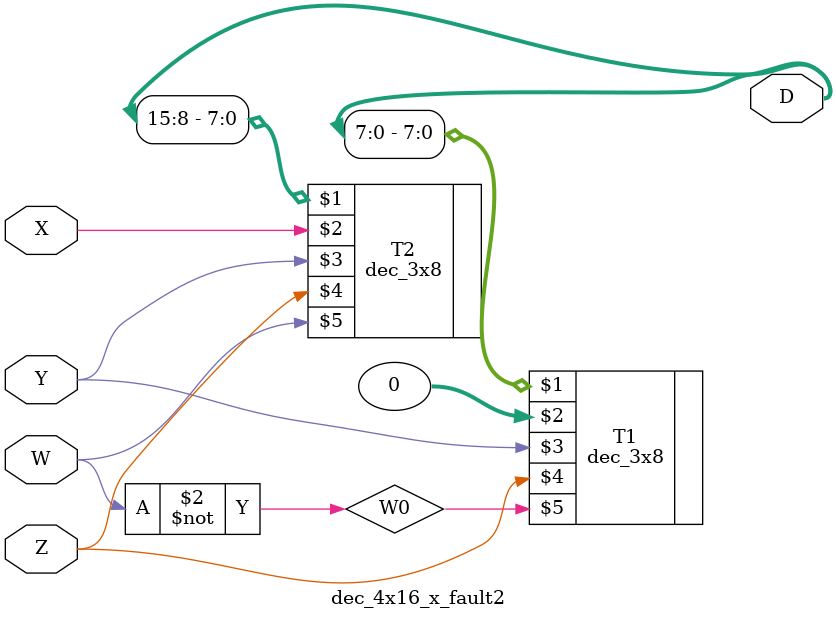
<source format=v>
`timescale 1ns / 1ps
module dec_4x16_x_fault2(output [15:0]D, input X,Y,Z,W);
wire W0;
not(W0,W);
dec_3x8 T1(D[7:0],0,Y,Z,W0), T2(D[15:8],X,Y,Z,W);

endmodule


</source>
